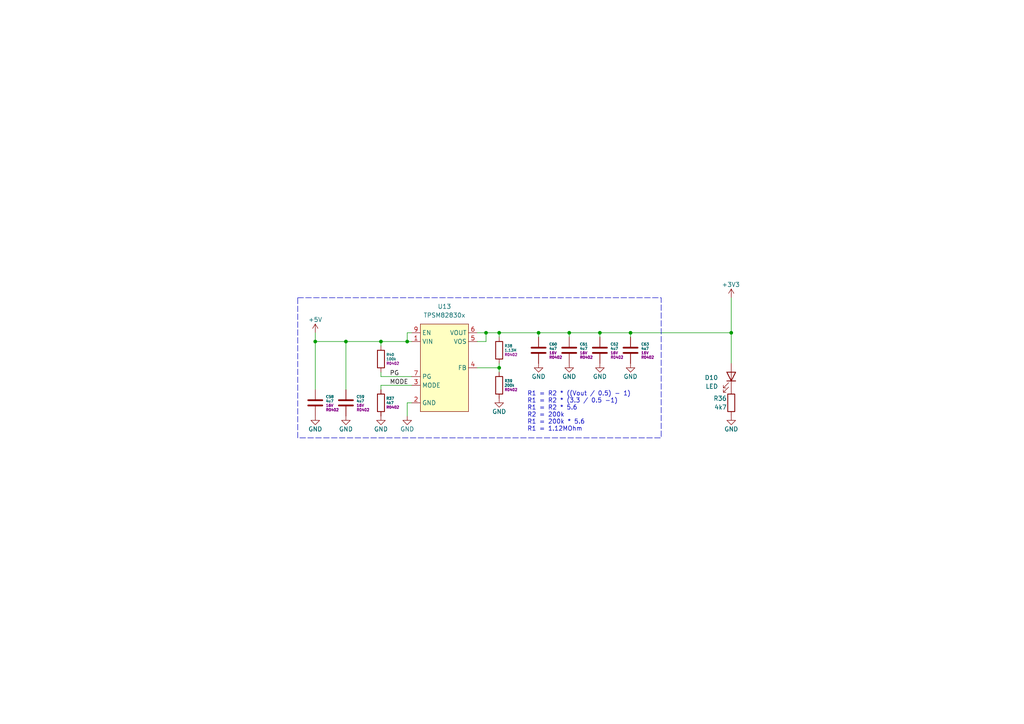
<source format=kicad_sch>
(kicad_sch (version 20250114) (generator "eeschema") (generator_version "9.0")
  (paper "A4")
  (lib_symbols
    (symbol "Device:C" (pin_numbers (hide yes)) (pin_names (offset 0.254))
      (property "Reference" "C" (at 0.635 2.54 0))
      (property "Value" "C" (at 0.635 -2.54 0))
      (symbol "C_0_1"
        (polyline (pts (xy -2.032 0.762) (xy 2.032 0.762)) (stroke (width 0.508)))
        (polyline (pts (xy -2.032 -0.762) (xy 2.032 -0.762)) (stroke (width 0.508)))
      )
      (symbol "C_1_1"
        (pin passive line (at 0 3.81 270) (length 2.794) (name "~") (number "1"))
        (pin passive line (at 0 -3.81 90) (length 2.794) (name "~") (number "2"))
      )
    )
    (symbol "Device:LED" (pin_numbers (hide yes)) (pin_names (offset 1.016) (hide yes))
      (property "Reference" "D" (at 0 2.54 0))
      (property "Value" "LED" (at 0 -2.54 0))
      (symbol "LED_0_1"
        (polyline (pts (xy -3.048 -0.762) (xy -4.572 -2.286) (xy -3.81 -2.286) (xy -4.572 -2.286) (xy -4.572 -1.524)))
        (polyline (pts (xy -1.778 -0.762) (xy -3.302 -2.286) (xy -2.54 -2.286) (xy -3.302 -2.286) (xy -3.302 -1.524)))
        (polyline (pts (xy -1.27 0) (xy 1.27 0)))
        (polyline (pts (xy -1.27 -1.27) (xy -1.27 1.27)) (stroke (width 0.254)))
        (polyline (pts (xy 1.27 -1.27) (xy 1.27 1.27) (xy -1.27 0) (xy 1.27 -1.27)) (stroke (width 0.254)))
      )
      (symbol "LED_1_1"
        (pin passive line (at -3.81 0 0) (length 2.54) (name "K") (number "1"))
        (pin passive line (at 3.81 0 180) (length 2.54) (name "A") (number "2"))
      )
    )
    (symbol "Device:R" (pin_numbers (hide yes)) (pin_names (offset 0))
      (property "Reference" "R" (at 2.032 0 90))
      (property "Value" "R" (at 0 0 90))
      (symbol "R_0_1"
        (rectangle (start -1.016 -2.54) (end 1.016 2.54) (stroke (width 0.254)))
      )
      (symbol "R_1_1"
        (pin passive line (at 0 3.81 270) (length 1.27) (name "~") (number "1"))
        (pin passive line (at 0 -3.81 90) (length 1.27) (name "~") (number "2"))
      )
    )
    (symbol "PrjLib:TPSM82830x_QFN-FCMOD_1"
      (property "Reference" "U" (at 0.762 1.27 0))
      (property "Value" "TPSM82830x" (at 6.096 -26.67 0))
      (symbol "TPSM82830x_QFN-FCMOD_1_1_1"
        (rectangle (start 0 0) (end 13.97 -25.4) (fill (type background)))
        (pin input line (at -2.54 -2.54 0) (length 2.54) (name "EN") (number "9"))
        (pin input line (at -2.54 -5.08 0) (length 2.54) (name "VIN") (number "1"))
        (pin input line (at -2.54 -15.24 0) (length 2.54) (name "PG") (number "7"))
        (pin input line (at -2.54 -17.78 0) (length 2.54) (name "MODE") (number "3"))
        (pin input line (at -2.54 -22.86 0) (length 2.54) (name "GND") (number "2"))
        (pin input line (at 16.51 -2.54 180) (length 2.54) (name "VOUT") (number "6"))
        (pin input line (at 16.51 -5.08 180) (length 2.54) (name "VOS") (number "5"))
        (pin input line (at 16.51 -7.62 180) (length 2.54) (hide yes) (name "SW") (number "8"))
        (pin input line (at 16.51 -12.7 180) (length 2.54) (name "FB") (number "4"))
      )
    )
    (symbol "power:+3V3" (power) (pin_names (offset 0))
      (property "Value" "+3V3" (at 0 3.556 0))
      (symbol "+3V3_0_1"
        (polyline (pts (xy -0.762 1.27) (xy 0 2.54)))
        (polyline (pts (xy 0 2.54) (xy 0.762 1.27)))
        (polyline (pts (xy 0 0) (xy 0 2.54)))
      )
      (symbol "+3V3_1_1"
        (pin power_in line (at 0 0 90) (length 0) (hide yes) (name "+3V3") (number "1"))
      )
    )
    (symbol "power:+5V" (power) (pin_names (offset 0))
      (property "Value" "+5V" (at 0 3.556 0))
      (symbol "+5V_0_1"
        (polyline (pts (xy -0.762 1.27) (xy 0 2.54)))
        (polyline (pts (xy 0 2.54) (xy 0.762 1.27)))
        (polyline (pts (xy 0 0) (xy 0 2.54)))
      )
      (symbol "+5V_1_1"
        (pin power_in line (at 0 0 90) (length 0) (hide yes) (name "+5V") (number "1"))
      )
    )
    (symbol "power:GND" (power) (pin_names (offset 0))
      (property "Value" "GND" (at 0 -3.81 0))
      (symbol "GND_0_1"
        (polyline (pts (xy 0 0) (xy 0 -1.27) (xy 1.27 -1.27) (xy 0 -2.54) (xy -1.27 -1.27) (xy 0 -1.27)))
      )
      (symbol "GND_1_1"
        (pin power_in line (at 0 0 270) (length 0) (hide yes) (name "GND") (number "1"))
      )
    )
  )
  (rectangle (start 86.36 86.36) (end 191.77 127) (stroke (width 0) (type dash)))
  (text "R1 = R2 * ((Vout / 0.5) - 1)\nR1 = R2 * (3.3 / 0.5 -1)\nR1 = R2 * 5.6\nR2 = 200k\nR1 = 200k * 5.6\nR1 = 1.12MOhm\n" (at 152.908 119.38 0) (effects (font (size 1.27 1.27)) (justify left)))
  (junction (at 212.09 96.52))
  (junction (at 173.99 96.52))
  (junction (at 182.88 96.52))
  (junction (at 144.78 96.52))
  (junction (at 144.78 106.68))
  (junction (at 165.1 96.52))
  (junction (at 110.49 99.06))
  (junction (at 140.97 96.52))
  (junction (at 156.21 96.52))
  (junction (at 91.44 99.06))
  (junction (at 118.11 99.06))
  (junction (at 100.33 99.06))
  (wire (pts (xy 138.43 99.06) (xy 140.97 99.06)))
  (wire (pts (xy 119.38 116.84) (xy 118.11 116.84)))
  (wire (pts (xy 118.11 116.84) (xy 118.11 120.65)))
  (wire (pts (xy 182.88 97.79) (xy 182.88 96.52)))
  (wire (pts (xy 110.49 99.06) (xy 100.33 99.06)))
  (wire (pts (xy 144.78 106.68) (xy 144.78 105.41)))
  (wire (pts (xy 156.21 96.52) (xy 144.78 96.52)))
  (wire (pts (xy 140.97 96.52) (xy 140.97 99.06)))
  (wire (pts (xy 110.49 99.06) (xy 118.11 99.06)))
  (wire (pts (xy 165.1 96.52) (xy 165.1 97.79)))
  (wire (pts (xy 119.38 109.22) (xy 110.49 109.22)))
  (wire (pts (xy 91.44 99.06) (xy 91.44 113.03)))
  (wire (pts (xy 165.1 96.52) (xy 156.21 96.52)))
  (wire (pts (xy 118.11 99.06) (xy 118.11 96.52)))
  (wire (pts (xy 144.78 106.68) (xy 144.78 107.95)))
  (wire (pts (xy 212.09 86.36) (xy 212.09 96.52)))
  (wire (pts (xy 110.49 99.06) (xy 110.49 100.33)))
  (wire (pts (xy 156.21 96.52) (xy 156.21 97.79)))
  (wire (pts (xy 110.49 113.03) (xy 110.49 111.76)))
  (wire (pts (xy 212.09 96.52) (xy 212.09 105.41)))
  (wire (pts (xy 138.43 106.68) (xy 144.78 106.68)))
  (wire (pts (xy 110.49 109.22) (xy 110.49 107.95)))
  (wire (pts (xy 110.49 111.76) (xy 119.38 111.76)))
  (wire (pts (xy 173.99 96.52) (xy 173.99 97.79)))
  (wire (pts (xy 100.33 99.06) (xy 100.33 113.03)))
  (wire (pts (xy 182.88 96.52) (xy 212.09 96.52)))
  (wire (pts (xy 182.88 96.52) (xy 173.99 96.52)))
  (wire (pts (xy 119.38 96.52) (xy 118.11 96.52)))
  (wire (pts (xy 119.38 99.06) (xy 118.11 99.06)))
  (wire (pts (xy 140.97 96.52) (xy 144.78 96.52)))
  (wire (pts (xy 91.44 99.06) (xy 100.33 99.06)))
  (wire (pts (xy 138.43 96.52) (xy 140.97 96.52)))
  (wire (pts (xy 173.99 96.52) (xy 165.1 96.52)))
  (wire (pts (xy 144.78 96.52) (xy 144.78 97.79)))
  (wire (pts (xy 91.44 96.52) (xy 91.44 99.06)))
  (label "MODE" (at 113.03 111.76 0))
  (label "PG" (at 113.03 109.22 0))
  (symbol (lib_id "power:GND") (at 118.11 120.65 0) (unit 1)
    (property "Reference" "#PWR0106" (effects (hide yes)))
    (property "Value" "GND" (at 118.11 124.46 0))
    (property "Description" "Power symbol creates a global label with name \"GND\" , ground" (effects (hide yes)))
  )
  (symbol (lib_id "power:GND") (at 173.99 105.41 0) (unit 1)
    (property "Reference" "#PWR0110" (effects (hide yes)))
    (property "Value" "GND" (at 173.99 109.22 0))
    (property "Description" "Power symbol creates a global label with name \"GND\" , ground" (effects (hide yes)))
  )
  (symbol (lib_id "power:GND") (at 156.21 105.41 0) (unit 1)
    (property "Reference" "#PWR0108" (effects (hide yes)))
    (property "Value" "GND" (at 156.21 109.22 0))
    (property "Description" "Power symbol creates a global label with name \"GND\" , ground" (effects (hide yes)))
  )
  (symbol (lib_id "power:+5V") (at 91.44 96.52 0) (mirror y) (unit 1)
    (property "Reference" "#PWR0113" (effects (hide yes)))
    (property "Value" "+5V" (at 91.44 92.71 0))
  )
  (symbol (lib_id "Device:C") (at 100.33 116.84 0) (unit 1)
    (property "Reference" "C59" (at 103.378 115.062 0) (effects (font (size 0.762 0.762)) (justify left)))
    (property "Value" "4u7" (at 103.378 116.332 0) (effects (font (size 0.762 0.762)) (justify left)))
    (property "Footprint" "Capacitor_SMD:C_0402_1005Metric" (effects (hide yes)))
    (property "Description" "Unpolarized capacitor" (effects (hide yes)))
    (property "Field5" "R0402" (at 103.378 118.872 0) (effects (font (size 0.762 0.762)) (justify left)))
    (property "Field6" "16V" (at 103.378 117.602 0) (effects (font (size 0.762 0.762)) (justify left)))
  )
  (symbol (lib_id "power:GND") (at 110.49 120.65 0) (unit 1)
    (property "Reference" "#PWR0105" (effects (hide yes)))
    (property "Value" "GND" (at 110.49 124.46 0))
    (property "Description" "Power symbol creates a global label with name \"GND\" , ground" (effects (hide yes)))
  )
  (symbol (lib_id "Device:R") (at 110.49 116.84 180) (unit 1)
    (property "Reference" "R37" (at 112.014 115.57 0) (effects (font (size 0.762 0.762)) (justify right)))
    (property "Value" "4k7" (at 112.014 116.84 0) (effects (font (size 0.762 0.762)) (justify right)))
    (property "Footprint" "Resistor_SMD:R_0402_1005Metric" (effects (hide yes)))
    (property "Description" "Resistor" (effects (hide yes)))
    (property "Field5" "R0402" (at 112.014 118.11 0) (effects (font (size 0.762 0.762)) (justify right)))
  )
  (symbol (lib_id "power:GND") (at 144.78 115.57 0) (unit 1)
    (property "Reference" "#PWR0107" (effects (hide yes)))
    (property "Value" "GND" (at 144.78 119.38 0))
    (property "Description" "Power symbol creates a global label with name \"GND\" , ground" (effects (hide yes)))
  )
  (symbol (lib_id "Device:LED") (at 212.09 109.22 270) (mirror x) (unit 1)
    (property "Reference" "D10" (at 208.28 109.5374 90) (effects (justify right)))
    (property "Value" "LED" (at 208.28 112.0774 90) (effects (justify right)))
    (property "Footprint" "Diode_SMD:D_0402_1005Metric" (effects (hide yes)))
  )
  (symbol (lib_id "Device:C") (at 156.21 101.6 0) (unit 1)
    (property "Reference" "C60" (at 159.258 99.822 0) (effects (font (size 0.762 0.762)) (justify left)))
    (property "Value" "4u7" (at 159.258 101.092 0) (effects (font (size 0.762 0.762)) (justify left)))
    (property "Footprint" "Capacitor_SMD:C_0402_1005Metric" (effects (hide yes)))
    (property "Description" "Unpolarized capacitor" (effects (hide yes)))
    (property "Field5" "R0402" (at 159.258 103.632 0) (effects (font (size 0.762 0.762)) (justify left)))
    (property "Field6" "16V" (at 159.258 102.362 0) (effects (font (size 0.762 0.762)) (justify left)))
  )
  (symbol (lib_id "Device:C") (at 165.1 101.6 0) (unit 1)
    (property "Reference" "C61" (at 168.148 99.822 0) (effects (font (size 0.762 0.762)) (justify left)))
    (property "Value" "4u7" (at 168.148 101.092 0) (effects (font (size 0.762 0.762)) (justify left)))
    (property "Footprint" "Capacitor_SMD:C_0402_1005Metric" (effects (hide yes)))
    (property "Description" "Unpolarized capacitor" (effects (hide yes)))
    (property "Field5" "R0402" (at 168.148 103.632 0) (effects (font (size 0.762 0.762)) (justify left)))
    (property "Field6" "16V" (at 168.148 102.362 0) (effects (font (size 0.762 0.762)) (justify left)))
  )
  (symbol (lib_id "Device:R") (at 144.78 111.76 180) (unit 1)
    (property "Reference" "R39" (at 146.304 110.49 0) (effects (font (size 0.762 0.762)) (justify right)))
    (property "Value" "200k" (at 146.304 111.76 0) (effects (font (size 0.762 0.762)) (justify right)))
    (property "Footprint" "Resistor_SMD:R_0402_1005Metric" (effects (hide yes)))
    (property "Description" "Resistor" (effects (hide yes)))
    (property "Field5" "R0402" (at 146.304 113.03 0) (effects (font (size 0.762 0.762)) (justify right)))
  )
  (symbol (lib_id "PrjLib:TPSM82830x_QFN-FCMOD_1") (at 121.92 93.98 0) (unit 1)
    (property "Reference" "U13" (at 128.905 88.9 0))
    (property "Value" "TPSM82830x" (at 128.905 91.44 0))
    (property "Footprint" "PrjLib:TPSM82830x_QFN-FCMOD" (effects (hide yes)))
    (property "Datasheet" "https://www.ti.com/lit/ds/symlink/tpsm828301.pdf?ts=1746137261811&ref_url=https%253A%252F%252Fwww.ti.com%252Fproduct%252FTPSM828301" (effects (hide yes)))
    (property "Description" "2.25-V to 5.5-V, 1-A high-efficiency step-down power module with integrated inductor" (effects (hide yes)))
  )
  (symbol (lib_id "Device:R") (at 212.09 116.84 0) (mirror y) (unit 1)
    (property "Reference" "R36" (at 210.82 115.57 0) (effects (justify left)))
    (property "Value" "4k7" (at 210.82 118.11 0) (effects (justify left)))
    (property "Footprint" "Resistor_SMD:R_0402_1005Metric" (effects (hide yes)))
  )
  (symbol (lib_id "Device:R") (at 144.78 101.6 180) (unit 1)
    (property "Reference" "R38" (at 146.304 100.33 0) (effects (font (size 0.762 0.762)) (justify right)))
    (property "Value" "1.13M" (at 146.304 101.6 0) (effects (font (size 0.762 0.762)) (justify right)))
    (property "Footprint" "Resistor_SMD:R_0402_1005Metric" (effects (hide yes)))
    (property "Description" "Resistor" (effects (hide yes)))
    (property "Field5" "R0402" (at 146.304 102.87 0) (effects (font (size 0.762 0.762)) (justify right)))
  )
  (symbol (lib_id "Device:C") (at 91.44 116.84 0) (unit 1)
    (property "Reference" "C58" (at 94.488 115.062 0) (effects (font (size 0.762 0.762)) (justify left)))
    (property "Value" "4u7" (at 94.488 116.332 0) (effects (font (size 0.762 0.762)) (justify left)))
    (property "Footprint" "Capacitor_SMD:C_0402_1005Metric" (effects (hide yes)))
    (property "Description" "Unpolarized capacitor" (effects (hide yes)))
    (property "Field5" "R0402" (at 94.488 118.872 0) (effects (font (size 0.762 0.762)) (justify left)))
    (property "Field6" "16V" (at 94.488 117.602 0) (effects (font (size 0.762 0.762)) (justify left)))
  )
  (symbol (lib_id "Device:C") (at 173.99 101.6 0) (unit 1)
    (property "Reference" "C62" (at 177.038 99.822 0) (effects (font (size 0.762 0.762)) (justify left)))
    (property "Value" "4u7" (at 177.038 101.092 0) (effects (font (size 0.762 0.762)) (justify left)))
    (property "Footprint" "Capacitor_SMD:C_0402_1005Metric" (effects (hide yes)))
    (property "Description" "Unpolarized capacitor" (effects (hide yes)))
    (property "Field5" "R0402" (at 177.038 103.632 0) (effects (font (size 0.762 0.762)) (justify left)))
    (property "Field6" "16V" (at 177.038 102.362 0) (effects (font (size 0.762 0.762)) (justify left)))
  )
  (symbol (lib_id "power:GND") (at 165.1 105.41 0) (unit 1)
    (property "Reference" "#PWR0109" (effects (hide yes)))
    (property "Value" "GND" (at 165.1 109.22 0))
    (property "Description" "Power symbol creates a global label with name \"GND\" , ground" (effects (hide yes)))
  )
  (symbol (lib_id "Device:R") (at 110.49 104.14 180) (unit 1)
    (property "Reference" "R40" (at 112.014 102.87 0) (effects (font (size 0.762 0.762)) (justify right)))
    (property "Value" "100k" (at 112.014 104.14 0) (effects (font (size 0.762 0.762)) (justify right)))
    (property "Footprint" "Resistor_SMD:R_0402_1005Metric" (effects (hide yes)))
    (property "Description" "Resistor" (effects (hide yes)))
    (property "Field5" "R0402" (at 112.014 105.41 0) (effects (font (size 0.762 0.762)) (justify right)))
  )
  (symbol (lib_id "Device:C") (at 182.88 101.6 0) (unit 1)
    (property "Reference" "C63" (at 185.928 99.822 0) (effects (font (size 0.762 0.762)) (justify left)))
    (property "Value" "4u7" (at 185.928 101.092 0) (effects (font (size 0.762 0.762)) (justify left)))
    (property "Footprint" "Capacitor_SMD:C_0402_1005Metric" (effects (hide yes)))
    (property "Description" "Unpolarized capacitor" (effects (hide yes)))
    (property "Field5" "R0402" (at 185.928 103.632 0) (effects (font (size 0.762 0.762)) (justify left)))
    (property "Field6" "16V" (at 185.928 102.362 0) (effects (font (size 0.762 0.762)) (justify left)))
  )
  (symbol (lib_id "power:+3V3") (at 212.09 86.36 0) (mirror y) (unit 1)
    (property "Reference" "#PWR0114" (effects (hide yes)))
    (property "Value" "+3V3" (at 214.63 82.55 0) (effects (justify left)))
  )
  (symbol (lib_id "power:GND") (at 100.33 120.65 0) (unit 1)
    (property "Reference" "#PWR0104" (effects (hide yes)))
    (property "Value" "GND" (at 100.33 124.46 0))
    (property "Description" "Power symbol creates a global label with name \"GND\" , ground" (effects (hide yes)))
  )
  (symbol (lib_id "power:GND") (at 182.88 105.41 0) (unit 1)
    (property "Reference" "#PWR0112" (effects (hide yes)))
    (property "Value" "GND" (at 182.88 109.22 0))
    (property "Description" "Power symbol creates a global label with name \"GND\" , ground" (effects (hide yes)))
  )
  (symbol (lib_id "power:GND") (at 212.09 120.65 0) (mirror y) (unit 1)
    (property "Reference" "#PWR0115" (effects (hide yes)))
    (property "Value" "GND" (at 212.09 124.46 0))
  )
  (symbol (lib_id "power:GND") (at 91.44 120.65 0) (unit 1)
    (property "Reference" "#PWR0103" (effects (hide yes)))
    (property "Value" "GND" (at 91.44 124.46 0))
    (property "Description" "Power symbol creates a global label with name \"GND\" , ground" (effects (hide yes)))
  )
)
</source>
